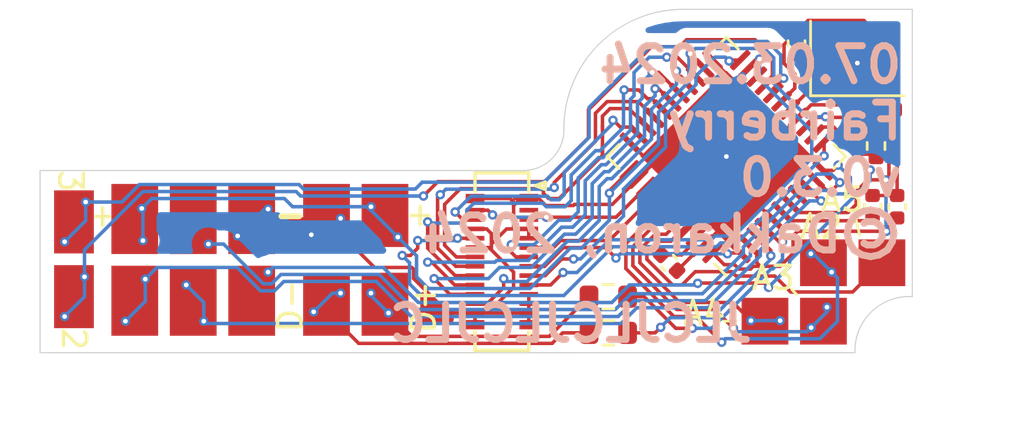
<source format=kicad_pcb>
(kicad_pcb (version 20211014) (generator pcbnew)
  (layers (0 "F.Cu" signal) (31 "B.Cu" signal) (34 "B.Paste" user) (35 "F.Paste" user) (36 "B.SilkS" user "B.Silkscreen") (37 "F.SilkS" user "F.Silkscreen") (38 "B.Mask" user) (39 "F.Mask" user) (44 "Edge.Cuts" user))
  (net 0 "")
  (net 1 "Net-(C1-Pad1)")
  (net 2 "GND")
  (net 3 "VCC")
  (net 4 "Net-(C3-Pad1)")
  (net 5 "Net-(C5-Pad1)")
  (net 6 "Net-(U1-Pad21)")
  (net 7 "Net-(U1-Pad22)")
  (net 8 "Net-(J3-Pad2)")
  (net 9 "Net-(U1-Pad26)")
  (net 10 "Net-(U1-Pad28)")
  (net 11 "Net-(U1-Pad29)")
  (net 12 "Net-(U1-Pad30)")
  (net 13 "Net-(U1-Pad31)")
  (net 14 "Net-(U1-Pad32)")
  (net 15 "Net-(U1-Pad36)")
  (net 16 "Net-(U1-Pad37)")
  (net 17 "Net-(U1-Pad25)")
  (net 18 "Net-(C4-Pad1)")
  (net 21 "Net-(J2-Pad1)")
  (net 22 "Net-(U1-Pad1)")
  (net 23 "Net-(J3-Pad3)")
  (net 24 "Net-(J2-Pad3)")
  (net 25 "Net-(J2-Pad4)")
  (net 26 "Net-(J2-Pad5)")
  (net 27 "Net-(J3-Pad4)")
  (net 29 "Net-(J4-Pad1)")
  (net 30 "Net-(J4-Pad2)")
  (net 31 "/USB_Plug_D-")
  (net 32 "/USB_Plug_D+")
  (net 33 "/USB_UC_D+")
  (net 34 "/USB_UC_D-")
  (net 35 "Net-(J3-Pad1)")
  (net 36 "Net-(U1-Pad27)")
  (net 37 "Net-(U1-Pad12)")
  (footprint "Capacitor_SMD:C_0402_1005Metric" (layer "F.Cu") (at 189.75 90.35 90)
    (fp_text reference "C1" hide)
    (fp_text value "1uF" hide)
  )
  (footprint "Capacitor_SMD:C_0402_1005Metric" (layer "F.Cu") (at 190.8 90.35 90)
    (fp_text reference "C2" hide)
    (fp_text value "0.1uF" hide)
  )
  (footprint "Capacitor_SMD:C_0402_1005Metric" (layer "F.Cu") (at 181.05 92.75 -45)
    (fp_text reference "C3" hide)
    (fp_text value "0.1uF" hide)
  )
  (footprint "Resistor_SMD:R_0402_1005Metric" (layer "F.Cu") (at 189.9 87.75 -90)
    (fp_text reference "R1" hide)
    (fp_text value "10K" hide)
  )
  (footprint "Resistor_SMD:R_0603_1608Metric" (layer "F.Cu") (at 178.45 94.2 180)
    (fp_text reference "R2" hide)
    (fp_text value "22" hide)
  )
  (footprint "Resistor_SMD:R_0603_1608Metric" (layer "F.Cu") (at 178.45 95.75 180)
    (fp_text reference "R3" hide)
    (fp_text value "22" hide)
  )
  (footprint "Package_DFN_QFN:QFN-44-1EP_7x7mm_P0.5mm_EP5.2x5.2mm" (layer "F.Cu") (at 183.5 88.2 135)
    (fp_text reference "U1" hide)
    (fp_text value "ATmega32U4-MU" hide)
  )
  (footprint "Connectors_Hirose_extra:BM14B(0.8)-24DS-0.4V(53)" (layer "F.Cu") (at 173.9 92.7 -90)
    (fp_text reference "U2" hide)
    (fp_text value "BBQ10KBD" hide)
  )
  (footprint "Capacitor_SMD:C_0402_1005Metric" (layer "F.Cu") (at 190.25 86.2)
    (fp_text reference "C4" hide)
    (fp_text value "22pF" hide)
  )
  (footprint "Capacitor_SMD:C_0402_1005Metric" (layer "F.Cu") (at 186.5 83.35 -90)
    (fp_text reference "C5" hide)
    (fp_text value "22pF" hide)
  )
  (footprint "Fairberry:TestPoint_Pad_1x2_2.0x3.0mm_Rotated" (layer "F.Cu") (at 155.6 94.2 90)
    (fp_text reference "" hide)
    (fp_text value "Conn_01x02")
  )
  (footprint "Crystal:Crystal_SMD_SeikoEpson_FA238-4Pin_3.2x2.5mm" (layer "F.Cu") (at 189.1 84)
    (fp_text reference "Y1" hide)
    (fp_text value "Crystal_GND24" hide)
  )
  (footprint "Fairberry:TestPoint_Pad_2x2_2.0x3.0mm" (layer "F.Cu") (at 166.4 90.875)
    (fp_text reference "J1" hide)
    (fp_text value "USB_Header" hide)
  )
  (footprint "Fairberry:TestPoint_Pad_2x3_2.0x3.0mm" (layer "F.Cu") (at 158.2 90.875)
    (fp_text reference "J2" hide)
    (fp_text value "Conn_02x03_Odd_Even" hide)
  )
  (footprint "Fairberry:TestPoint_Pad_2+2_Z_2.0x2.0mm" (layer "F.Cu") (at 187.65 92.55)
    (fp_text reference "")
    (fp_text value "Conn_02x02_Odd_Even")
  )
  (gr_line (start 186.3 93.9) (end 186.5 94.1) (layer "F.SilkS") (width 0.12))
  (gr_line (start 189 90.7) (end 189.2 91.575) (layer "F.SilkS") (width 0.12))
  (gr_line (start 183.4 95.25) (end 183.9 95.25) (layer "F.SilkS") (width 0.12))
  (gr_line (start 191.45 94.2) (end 191.45 81.9) (layer "Edge.Cuts") (width 0.05))
  (gr_line (start 189 96.6) (end 175.271071 96.599749) (layer "Edge.Cuts") (width 0.05))
  (gr_line (start 191.45 81.9) (end 181.656245 81.9) (layer "Edge.Cuts") (width 0.05))
  (gr_arc (start 176.55 87) (mid 176.07476 88.25394) (end 174.85 88.8) (layer "Edge.Cuts") (width 0.05))
  (gr_arc (start 176.55 87) (mid 178.047792 83.393377) (end 181.656245 81.9) (layer "Edge.Cuts") (width 0.05))
  (gr_line (start 154.15 96.6) (end 175.271071 96.599749) (layer "Edge.Cuts") (width 0.05))
  (gr_line (start 154.15 88.8) (end 174.85 88.8) (layer "Edge.Cuts") (width 0.05))
  (gr_line (start 154.15 96.6) (end 154.15 88.8) (layer "Edge.Cuts") (width 0.05))
  (gr_arc (start 189 96.6) (mid 189.692221 94.856121) (end 191.45 94.2) (layer "Edge.Cuts") (width 0.05))
  (gr_text "JLCJLCJLCJLC" (at 176.85 95.35) (layer "B.SilkS") (effects (font (size 1.5 1.5) (thickness 0.3)) (justify mirror)))
  (gr_text "07.03.2024\nFairberry\nv0.3.0\n©Dakkaron, 2024" (at 191.15 87.9) (layer "B.SilkS") (effects (font (size 1.5 1.5) (thickness 0.3)) (justify left mirror)))
  (gr_text "2" (at 155.6 96 270) (layer "F.SilkS") (effects (font (size 1 1))))
  (gr_text "3" (at 155.45 89.25 270) (layer "F.SilkS") (effects (font (size 1 1))))
  (gr_text "A4" (at 182.55 94.9) (layer "F.SilkS") (effects (font (size 1 1))))
  (gr_text "-" (at 164.85 90.65) (layer "F.SilkS") (effects (font (size 1.5 1) (thickness 0.25))))
  (gr_text "D+" (at 170.55 94.65 90) (layer "F.SilkS") (effects (font (size 1 1))))
  (gr_text "A2" (at 187.55 91.2) (layer "F.SilkS") (effects (font (size 1 1))))
  (gr_text "+" (at 156.825 90.7) (layer "F.SilkS") (effects (font (size 1 0.75))))
  (gr_text "+" (at 170.4 90.65) (layer "F.SilkS") (effects (font (size 1 1))))
  (gr_text "A3" (at 185.5 93.4) (layer "F.SilkS") (effects (font (size 1 1))))
  (gr_text "D-" (at 164.85 94.6 90) (layer "F.SilkS") (effects (font (size 1 1))))
  (gr_text "A5" (at 188.45 90.05) (layer "F.SilkS") (effects (font (size 1 1))))
  (segment (start 185.859969 90.559969) (end 186.25 90.95) (width 0.15) (layer "F.Cu") (net 1))
  (segment (start 189.63 90.95) (end 189.75 90.83) (width 0.15) (layer "F.Cu") (net 1))
  (segment (start 186.25 90.95) (end 189.63 90.95) (width 0.15) (layer "F.Cu") (net 1))
  (segment (start 189.75 89.87) (end 190.8 89.87) (width 0.15) (layer "F.Cu") (net 2))
  (segment (start 166.4 90.725) (end 166.4 90.9) (width 0.15) (layer "F.Cu") (net 2))
  (segment (start 166.4 90.9) (end 168.450489 92.950489) (width 0.15) (layer "F.Cu") (net 2))
  (segment (start 179.725818 89.145755) (end 180.671573 88.2) (width 0.15) (layer "F.Cu") (net 2))
  (segment (start 189.05 84.15) (end 189.1 84.2) (width 0.15) (layer "F.Cu") (net 2))
  (segment (start 175.05 94.9) (end 175.05 95.4) (width 0.15) (layer "F.Cu") (net 2))
  (segment (start 188.588302 85.988302) (end 189.34548 86.74548) (width 0.15) (layer "F.Cu") (net 2))
  (segment (start 182.089411 92.439016) (end 182.039806 92.439016) (width 0.15) (layer "F.Cu") (net 2))
  (segment (start 182.039806 92.439016) (end 181.389411 93.089411) (width 0.15) (layer "F.Cu") (net 2))
  (segment (start 174.05 90) (end 174.25 90) (width 0.15) (layer "F.Cu") (net 2))
  (segment (start 183.5 91.028427) (end 183.5 90.5) (width 0.15) (layer "F.Cu") (net 2))
  (segment (start 174.45 90) (end 175.05 90) (width 0.15) (layer "F.Cu") (net 2))
  (segment (start 185.506415 90.913522) (end 183.5 88.907107) (width 0.15) (layer "F.Cu") (net 2))
  (segment (start 183.5 88.65) (end 183.5 88.2) (width 0.15) (layer "F.Cu") (net 2))
  (segment (start 175.05 94.5) (end 175.05 94.1) (width 0.15) (layer "F.Cu") (net 2))
  (segment (start 188 83.2) (end 188.1 83.2) (width 0.15) (layer "F.Cu") (net 2))
  (segment (start 174.4 93.15) (end 173.45 92.2) (width 0.15) (layer "F.Cu") (net 2))
  (segment (start 189.7 84.8) (end 190.2 84.8) (width 0.15) (layer "F.Cu") (net 2))
  (segment (start 180.671573 88.2) (end 183.5 88.2) (width 0.15) (layer "F.Cu") (net 2))
  (segment (start 171.6 94.9) (end 172.75 94.9) (width 0.15) (layer "F.Cu") (net 2))
  (segment (start 174.4 93.8) (end 174.4 93.15) (width 0.15) (layer "F.Cu") (net 2))
  (segment (start 174.1 91.3) (end 174.25 91.3) (width 0.15) (layer "F.Cu") (net 2))
  (segment (start 187.13 83.2) (end 188 83.2) (width 0.15) (layer "F.Cu") (net 2))
  (segment (start 179.372264 87.607798) (end 179.964466 88.2) (width 0.15) (layer "F.Cu") (net 2))
  (segment (start 174.4 94.9) (end 175.05 94.9) (width 0.15) (layer "F.Cu") (net 2))
  (segment (start 184.914214 88.2) (end 183.5 88.2) (width 0.15) (layer "F.Cu") (net 2))
  (segment (start 175.05 94.9) (end 175.05 94.5) (width 0.15) (layer "F.Cu") (net 2))
  (segment (start 173.3 94.9) (end 174.4 93.8) (width 0.15) (layer "F.Cu") (net 2))
  (segment (start 183.5 89.55) (end 183.5 88.65) (width 0.15) (layer "F.Cu") (net 2))
  (segment (start 174.25 90) (end 174.4 90.15) (width 0.15) (layer "F.Cu") (net 2))
  (segment (start 170.124511 93.025489) (end 170.124511 93.424511) (width 0.15) (layer "F.Cu") (net 2))
  (segment (start 186.5 83.83) (end 187.13 83.2) (width 0.15) (layer "F.Cu") (net 2))
  (segment (start 186.567076 86.547138) (end 187.125912 85.988302) (width 0.15) (layer "F.Cu") (net 2))
  (segment (start 183.5 84.664466) (end 183.5 88.2) (width 0.15) (layer "F.Cu") (net 2))
  (segment (start 172.75 94.9) (end 173.3 94.9) (width 0.15) (layer "F.Cu") (net 2))
  (segment (start 174.7 90) (end 174.4 90.3) (width 0.15) (layer "F.Cu") (net 2))
  (segment (start 166.25 90.875) (end 166.4 90.725) (width 0.15) (layer "F.Cu") (net 2))
  (segment (start 173.3 94.9) (end 174.4 94.9) (width 0.15) (layer "F.Cu") (net 2))
  (segment (start 174.4 90.15) (end 174.4 90.3) (width 0.15) (layer "F.Cu") (net 2))
  (segment (start 173.45 91.95) (end 174.1 91.3) (width 0.15) (layer "F.Cu") (net 2))
  (segment (start 190.2 85.67) (end 190.73 86.2) (width 0.15) (layer "F.Cu") (net 2))
  (segment (start 178.621093 90.25048) (end 179.725818 89.145755) (width 0.15) (layer "F.Cu") (net 2))
  (segment (start 173.45 92.2) (end 173.35 92.1) (width 0.15) (layer "F.Cu") (net 2))
  (segment (start 182.554245 91.974182) (end 182.089411 92.439016) (width 0.15) (layer "F.Cu") (net 2))
  (segment (start 189.1 84.2) (end 189.7 84.8) (width 0.15) (layer "F.Cu") (net 2))
  (segment (start 173.35 92.1) (end 172.75 92.1) (width 0.15) (layer "F.Cu") (net 2))
  (segment (start 175.05 90) (end 174.7 90) (width 0.15) (layer "F.Cu") (net 2))
  (segment (start 183.5 90.5) (end 183.5 89.55) (width 0.15) (layer "F.Cu") (net 2))
  (segment (start 168.450489 92.950489) (end 170.049511 92.950489) (width 0.15) (layer "F.Cu") (net 2))
  (segment (start 173.45 91.95) (end 173.45 92.2) (width 0.15) (layer "F.Cu") (net 2))
  (segment (start 175.775935 90.29952) (end 176.95048 90.29952) (width 0.15) (layer "F.Cu") (net 2))
  (segment (start 190.19548 86.74548) (end 190.73 86.21096) (width 0.15) (layer "F.Cu") (net 2))
  (segment (start 174.25 91.3) (end 174.4 91.3) (width 0.15) (layer "F.Cu") (net 2))
  (segment (start 174.4 91.3) (end 175.05 91.3) (width 0.15) (layer "F.Cu") (net 2))
  (segment (start 183.5 88.907107) (end 183.5 88.2) (width 0.15) (layer "F.Cu") (net 2))
  (segment (start 176.95048 90.29952) (end 176.99952 90.25048) (width 0.15) (layer "F.Cu") (net 2))
  (segment (start 188.290246 85.988302) (end 188.588302 85.988302) (width 0.15) (layer "F.Cu") (net 2))
  (segment (start 190.8 86.27) (end 190.73 86.2) (width 0.15) (layer "F.Cu") (net 2))
  (segment (start 190.2 84.8) (end 190.2 85.67) (width 0.15) (layer "F.Cu") (net 2))
  (segment (start 173.25 91.3) (end 173.45 91.5) (width 0.15) (layer "F.Cu") (net 2))
  (segment (start 182.554245 91.974182) (end 183.5 91.028427) (width 0.15) (layer "F.Cu") (net 2))
  (segment (start 189.34548 86.74548) (end 190.19548 86.74548) (width 0.15) (layer "F.Cu") (net 2))
  (segment (start 190.8 87.1) (end 190.8 86.27) (width 0.15) (layer "F.Cu") (net 2))
  (segment (start 187.125912 85.988302) (end 188.290246 85.988302) (width 0.15) (layer "F.Cu") (net 2))
  (segment (start 170.049511 92.950489) (end 170.124511 93.025489) (width 0.15) (layer "F.Cu") (net 2))
  (segment (start 175.476414 90) (end 175.775935 90.29952) (width 0.15) (layer "F.Cu") (net 2))
  (segment (start 182.907798 84.072264) (end 183.5 84.664466) (width 0.15) (layer "F.Cu") (net 2))
  (segment (start 172.75 94.9) (end 172.75 95.4) (width 0.15) (layer "F.Cu") (net 2))
  (segment (start 176.99952 90.25048) (end 178.621093 90.25048) (width 0.15) (layer "F.Cu") (net 2))
  (segment (start 172.75 91.3) (end 173.25 91.3) (width 0.15) (layer "F.Cu") (net 2))
  (segment (start 175.05 90) (end 175.476414 90) (width 0.15) (layer "F.Cu") (net 2))
  (segment (start 190.73 86.21096) (end 190.73 86.2) (width 0.15) (layer "F.Cu") (net 2))
  (segment (start 190.8 89.87) (end 190.8 87.1) (width 0.15) (layer "F.Cu") (net 2))
  (segment (start 188.1 83.2) (end 189.05 84.15) (width 0.15) (layer "F.Cu") (net 2))
  (segment (start 186.567076 86.547138) (end 184.914214 88.2) (width 0.15) (layer "F.Cu") (net 2))
  (segment (start 179.964466 88.2) (end 183.5 88.2) (width 0.15) (layer "F.Cu") (net 2))
  (segment (start 173.45 91.95) (end 173.45 91.5) (width 0.15) (layer "F.Cu") (net 2))
  (segment (start 174.4 90.3) (end 174.4 91.3) (width 0.15) (layer "F.Cu") (net 2))
  (segment (start 172.75 90) (end 174.05 90) (width 0.15) (layer "F.Cu") (net 2))
  (segment (start 163.2 90.875) (end 166.25 90.875) (width 0.15) (layer "F.Cu") (net 2))
  (segment (start 170.124511 93.424511) (end 171.6 94.9) (width 0.15) (layer "F.Cu") (net 2))
  (segment (start 175.05 91.7) (end 175.05 91.3) (width 0.15) (layer "F.Cu") (net 2))
  (via (at 163.9 90.45) (size 0.4) (drill 0.2) (layers "F.Cu" "B.Cu") (net 2))
  (via (at 165.75 91.55) (size 0.4) (drill 0.2) (layers "F.Cu" "B.Cu") (net 2))
  (via (at 189.1 84.2) (size 0.4) (drill 0.2) (layers "F.Cu" "B.Cu") (net 2))
  (via (at 167 90.85) (size 0.4) (drill 0.2) (layers "F.Cu" "B.Cu") (net 2))
  (via (at 183.5 88.2) (size 0.4) (drill 0.2) (layers "F.Cu" "B.Cu") (net 2))
  (via (at 162.6 91.6) (size 0.4) (drill 0.2) (layers "F.Cu" "B.Cu") (net 2))
  (segment (start 163.75 90.45) (end 163.9 90.45) (width 0.15) (layer "B.Cu") (net 2))
  (segment (start 162.6 91.6) (end 163.75 90.45) (width 0.15) (layer "B.Cu") (net 2))
  (segment (start 167 90.85) (end 166.3 91.55) (width 0.15) (layer "B.Cu") (net 2))
  (segment (start 166.3 91.55) (end 165.75 91.55) (width 0.15) (layer "B.Cu") (net 2))
  (segment (start 190.349502 91.4) (end 190.35 91.400498) (width 0.15) (layer "F.Cu") (net 3))
  (segment (start 186.35 92.35) (end 186.35 91.600978) (width 0.15) (layer "F.Cu") (net 3))
  (segment (start 185.8 92.9) (end 186.35 92.35) (width 0.15) (layer "F.Cu") (net 3))
  (segment (start 190.35 91.400498) (end 190.35 91.28) (width 0.15) (layer "F.Cu") (net 3))
  (segment (start 186.35 91.600978) (end 186.550978 91.4) (width 0.15) (layer "F.Cu") (net 3))
  (segment (start 190.45 87.79) (end 190.45 89.075489) (width 0.15) (layer "F.Cu") (net 3))
  (segment (start 186.213522 90.206415) (end 186.607107 90.6) (width 0.15) (layer "F.Cu") (net 3))
  (segment (start 188.625 86.525) (end 189.34 87.24) (width 0.15) (layer "F.Cu") (net 3))
  (segment (start 184.8 92.75) (end 184.8 92.328427) (width 0.15) (layer "F.Cu") (net 3))
  (segment (start 190.35 91.28) (end 190.8 90.83) (width 0.15) (layer "F.Cu") (net 3))
  (segment (start 189.9 87.24) (end 190.45 87.79) (width 0.15) (layer "F.Cu") (net 3))
  (segment (start 182.907798 92.327736) (end 183.411816 92.831754) (width 0.15) (layer "F.Cu") (net 3))
  (segment (start 184.037409 93.019825) (end 184.530175 93.019825) (width 0.15) (layer "F.Cu") (net 3))
  (segment (start 178.49763 89.666836) (end 179.372264 88.792202) (width 0.15) (layer "F.Cu") (net 3))
  (segment (start 187.29632 86.525) (end 188.625 86.525) (width 0.15) (layer "F.Cu") (net 3))
  (segment (start 183.849338 92.831754) (end 184.037409 93.019825) (width 0.15) (layer "F.Cu") (net 3))
  (segment (start 181.95 83.8) (end 181.95 83.821573) (width 0.15) (layer "F.Cu") (net 3))
  (segment (start 184.8 92.328427) (end 184.445755 91.974182) (width 0.15) (layer "F.Cu") (net 3))
  (segment (start 189.05 90.25) (end 189.05 89.7) (width 0.15) (layer "F.Cu") (net 3))
  (segment (start 186.550978 91.4) (end 190.349502 91.4) (width 0.15) (layer "F.Cu") (net 3))
  (segment (start 189.05 89.7) (end 189.55 89.2) (width 0.15) (layer "F.Cu") (net 3))
  (segment (start 184.95 92.9) (end 184.65 92.9) (width 0.15) (layer "F.Cu") (net 3))
  (segment (start 190.45 89.075489) (end 190.325489 89.2) (width 0.15) (layer "F.Cu") (net 3))
  (segment (start 178.49763 89.773609) (end 178.49763 89.666836) (width 0.15) (layer "F.Cu") (net 3))
  (segment (start 189.55 89.2) (end 190.325489 89.2) (width 0.15) (layer "F.Cu") (net 3))
  (segment (start 183.411816 92.831754) (end 183.849338 92.831754) (width 0.15) (layer "F.Cu") (net 3))
  (segment (start 188.7 90.6) (end 189.05 90.25) (width 0.15) (layer "F.Cu") (net 3))
  (segment (start 184.8 92.75) (end 184.95 92.9) (width 0.15) (layer "F.Cu") (net 3))
  (segment (start 189.34 87.24) (end 189.9 87.24) (width 0.15) (layer "F.Cu") (net 3))
  (segment (start 186.920629 86.900691) (end 187.29632 86.525) (width 0.15) (layer "F.Cu") (net 3))
  (segment (start 186.607107 90.6) (end 188.7 90.6) (width 0.15) (layer "F.Cu") (net 3))
  (segment (start 184.95 92.9) (end 185.8 92.9) (width 0.15) (layer "F.Cu") (net 3))
  (segment (start 181.95 83.821573) (end 182.554245 84.425818) (width 0.15) (layer "F.Cu") (net 3))
  (segment (start 184.65 92.9) (end 184.530175 93.019825) (width 0.15) (layer "F.Cu") (net 3))
  (via (at 158.55 91.8) (size 0.4) (drill 0.2) (layers "F.Cu" "B.Cu") (net 3))
  (via (at 169.45 91.65) (size 0.4) (drill 0.2) (layers "F.Cu" "B.Cu") (net 3))
  (via (at 187.733228 86.4977) (size 0.4) (drill 0.2) (layers "F.Cu" "B.Cu") (net 3))
  (via (at 178.49763 89.773609) (size 0.4) (drill 0.2) (layers "F.Cu" "B.Cu") (net 3))
  (via (at 190.35 91.400498) (size 0.4) (drill 0.2) (layers "F.Cu" "B.Cu") (net 3))
  (via (at 190.325489 89.2) (size 0.4) (drill 0.2) (layers "F.Cu" "B.Cu") (net 3))
  (via (at 181.95 83.8) (size 0.4) (drill 0.2) (layers "F.Cu" "B.Cu") (net 3))
  (via (at 158.5 90.4245) (size 0.4) (drill 0.2) (layers "F.Cu" "B.Cu") (net 3))
  (via (at 168.3 90.35) (size 0.4) (drill 0.2) (layers "F.Cu" "B.Cu") (net 3))
  (segment (start 158.55 90.4745) (end 158.55 91.8) (width 0.15) (layer "B.Cu") (net 3))
  (segment (start 170.25 92.85) (end 170.25 92.45) (width 0.15) (layer "B.Cu") (net 3))
  (segment (start 158.5 90.4245) (end 158.55 90.4745) (width 0.15) (layer "B.Cu") (net 3))
  (segment (start 164.6 90) (end 158.9245 90) (width 0.15) (layer "B.Cu") (net 3))
  (segment (start 185.524833 83.974833) (end 185.125 83.575) (width 0.15) (layer "B.Cu") (net 3))
  (segment (start 185.125 83.575) (end 182.175 83.575) (width 0.15) (layer "B.Cu") (net 3))
  (segment (start 168.3 90.35) (end 164.95 90.35) (width 0.15) (layer "B.Cu") (net 3))
  (segment (start 185.524833 85.074833) (end 185.524833 83.974833) (width 0.15) (layer "B.Cu") (net 3))
  (segment (start 180.5976 87.673639) (end 178.49763 89.773609) (width 0.15) (layer "B.Cu") (net 3))
  (segment (start 169.85 92.05) (end 169.45 91.65) (width 0.15) (layer "B.Cu") (net 3))
  (segment (start 158.9245 90) (end 158.5 90.4245) (width 0.15) (layer "B.Cu") (net 3))
  (segment (start 170.4 93.5) (end 170.25 93.35) (width 0.15) (layer "B.Cu") (net 3))
  (segment (start 176.825 92.125) (end 175.0976 93.8524) (width 0.15) (layer "B.Cu") (net 3))
  (segment (start 181.95 83.8) (end 181.9 83.85) (width 0.15) (layer "B.Cu") (net 3))
  (segment (start 178.49763 89.773609) (end 178.49763 90.928784) (width 0.15) (layer "B.Cu") (net 3))
  (segment (start 190.325489 89.2) (end 190.325489 91.375987) (width 0.15) (layer "B.Cu") (net 3))
  (segment (start 181.9 83.85) (end 181.9 84.997172) (width 0.15) (layer "B.Cu") (net 3))
  (segment (start 168.3 90.5) (end 168.3 90.35) (width 0.15) (layer "B.Cu") (net 3))
  (segment (start 170.5 93.6) (end 170.4 93.5) (width 0.15) (layer "B.Cu") (net 3))
  (segment (start 190.325489 91.375987) (end 190.35 91.400498) (width 0.15) (layer "B.Cu") (net 3))
  (segment (start 175.0976 93.8524) (end 170.8024 93.8524) (width 0.15) (layer "B.Cu") (net 3))
  (segment (start 186.9477 86.4977) (end 185.524833 85.074833) (width 0.15) (layer "B.Cu") (net 3))
  (segment (start 169.45 91.65) (end 168.3 90.5) (width 0.15) (layer "B.Cu") (net 3))
  (segment (start 170.8024 93.8524) (end 170.7524 93.8524) (width 0.15) (layer "B.Cu") (net 3))
  (segment (start 170.7524 93.8524) (end 170.5 93.6) (width 0.15) (layer "B.Cu") (net 3))
  (segment (start 181.9 84.997172) (end 180.5976 86.299572) (width 0.15) (layer "B.Cu") (net 3))
  (segment (start 180.5976 86.299572) (end 180.5976 87.673639) (width 0.15) (layer "B.Cu") (net 3))
  (segment (start 182.175 83.575) (end 181.95 83.8) (width 0.15) (layer "B.Cu") (net 3))
  (segment (start 164.95 90.35) (end 164.6 90) (width 0.15) (layer "B.Cu") (net 3))
  (segment (start 187.733228 86.4977) (end 186.9477 86.4977) (width 0.15) (layer "B.Cu") (net 3))
  (segment (start 177.301414 92.125) (end 176.825 92.125) (width 0.15) (layer "B.Cu") (net 3))
  (segment (start 170.25 92.45) (end 169.85 92.05) (width 0.15) (layer "B.Cu") (net 3))
  (segment (start 178.49763 90.928784) (end 177.301414 92.125) (width 0.15) (layer "B.Cu") (net 3))
  (segment (start 170.25 93.35) (end 170.25 92.85) (width 0.15) (layer "B.Cu") (net 3))
  (segment (start 182.200691 91.799309) (end 181.589411 92.410589) (width 0.15) (layer "F.Cu") (net 4))
  (segment (start 182.200691 91.620629) (end 182.200691 91.799309) (width 0.15) (layer "F.Cu") (net 4))
  (segment (start 181.589411 92.410589) (end 180.710589 92.410589) (width 0.15) (layer "F.Cu") (net 4))
  (segment (start 186.5 82.87) (end 186.994511 82.375489) (width 0.15) (layer "F.Cu") (net 5))
  (segment (start 186.425 84.675) (end 185.96548 84.21548) (width 0.15) (layer "F.Cu") (net 5))
  (segment (start 189.375489 82.375489) (end 190.2 83.2) (width 0.15) (layer "F.Cu") (net 5))
  (segment (start 186.425 85.275) (end 186.425 84.675) (width 0.15) (layer "F.Cu") (net 5))
  (segment (start 186.994511 82.375489) (end 189.375489 82.375489) (width 0.15) (layer "F.Cu") (net 5))
  (segment (start 185.96548 83.40452) (end 186.5 82.87) (width 0.15) (layer "F.Cu") (net 5))
  (segment (start 185.859969 85.840031) (end 186.425 85.275) (width 0.15) (layer "F.Cu") (net 5))
  (segment (start 185.96548 84.21548) (end 185.96548 83.40452) (width 0.15) (layer "F.Cu") (net 5))
  (segment (start 176.516246 93.168229) (end 175.984475 93.7) (width 0.15) (layer "F.Cu") (net 6))
  (segment (start 184.829719 84.112281) (end 184.759292 84.112281) (width 0.15) (layer "F.Cu") (net 6))
  (segment (start 175.984475 93.7) (end 175.05 93.7) (width 0.15) (layer "F.Cu") (net 6))
  (segment (start 184.915416 84.026584) (end 184.829719 84.112281) (width 0.15) (layer "F.Cu") (net 6))
  (segment (start 184.759292 84.112281) (end 184.445755 84.425818) (width 0.15) (layer "F.Cu") (net 6))
  (via (at 184.915416 84.026584) (size 0.4) (drill 0.2) (layers "F.Cu" "B.Cu") (net 6))
  (via (at 176.516246 93.168229) (size 0.4) (drill 0.2) (layers "F.Cu" "B.Cu") (net 6))
  (segment (start 187.15 87.123586) (end 184.915416 84.889002) (width 0.15) (layer "B.Cu") (net 6))
  (segment (start 183.825934 91.60048) (end 187.15 88.276414) (width 0.15) (layer "B.Cu") (net 6))
  (segment (start 178.509534 91.764052) (end 182.85 91.764052) (width 0.15) (layer "B.Cu") (net 6))
  (segment (start 176.516246 93.168229) (end 177.105357 93.168229) (width 0.15) (layer "B.Cu") (net 6))
  (segment (start 177.105357 93.168229) (end 178.509534 91.764052) (width 0.15) (layer "B.Cu") (net 6))
  (segment (start 183.013572 91.60048) (end 183.825934 91.60048) (width 0.15) (layer "B.Cu") (net 6))
  (segment (start 184.915416 84.889002) (end 184.915416 84.026584) (width 0.15) (layer "B.Cu") (net 6))
  (segment (start 182.85 91.764052) (end 183.013572 91.60048) (width 0.15) (layer "B.Cu") (net 6))
  (segment (start 187.15 88.276414) (end 187.15 87.123586) (width 0.15) (layer "B.Cu") (net 6))
  (segment (start 175.75 93.3) (end 175.05 93.3) (width 0.15) (layer "F.Cu") (net 7))
  (segment (start 176.962917 92.587417) (end 176.462583 92.587417) (width 0.15) (layer "F.Cu") (net 7))
  (segment (start 183.613859 84.112005) (end 183.6536 84.072264) (width 0.15) (layer "F.Cu") (net 7))
  (segment (start 183.6536 84.072264) (end 184.092202 84.072264) (width 0.15) (layer "F.Cu") (net 7))
  (segment (start 176.462583 92.587417) (end 175.75 93.3) (width 0.15) (layer "F.Cu") (net 7))
  (via (at 183.613859 84.112005) (size 0.4) (drill 0.2) (layers "F.Cu" "B.Cu") (net 7))
  (via (at 176.962917 92.587417) (size 0.4) (drill 0.2) (layers "F.Cu" "B.Cu") (net 7))
  (segment (start 176.962917 92.587417) (end 177.262583 92.587417) (width 0.15) (layer "B.Cu") (net 7))
  (segment (start 182.19952 84.75048) (end 183.00329 83.94671) (width 0.15) (layer "B.Cu") (net 7))
  (segment (start 177.262583 92.587417) (end 179.1 90.75) (width 0.15) (layer "B.Cu") (net 7))
  (segment (start 182.19952 85.121237) (end 182.19952 84.75048) (width 0.15) (layer "B.Cu") (net 7))
  (segment (start 183.00329 83.94671) (end 183.448564 83.94671) (width 0.15) (layer "B.Cu") (net 7))
  (segment (start 183.448564 83.94671) (end 183.613859 84.112005) (width 0.15) (layer "B.Cu") (net 7))
  (segment (start 179.1 90.75) (end 179.1 89.6) (width 0.15) (layer "B.Cu") (net 7))
  (segment (start 179.1 89.6) (end 180.89712 87.80288) (width 0.15) (layer "B.Cu") (net 7))
  (segment (start 180.89712 86.423637) (end 182.19952 85.121237) (width 0.15) (layer "B.Cu") (net 7))
  (segment (start 180.89712 87.80288) (end 180.89712 86.423637) (width 0.15) (layer "B.Cu") (net 7))
  (segment (start 181.5 94.45) (end 183.77402 94.45) (width 0.15) (layer "F.Cu") (net 8))
  (segment (start 181.493585 90.913522) (end 181.493585 90.956415) (width 0.15) (layer "F.Cu") (net 8))
  (segment (start 183.77402 94.45) (end 184.55 95.22598) (width 0.15) (layer "F.Cu") (net 8))
  (segment (start 179.80048 92.75048) (end 181.5 94.45) (width 0.15) (layer "F.Cu") (net 8))
  (segment (start 181.493585 90.956415) (end 180.922654 91.527346) (width 0.15) (layer "F.Cu") (net 8))
  (segment (start 180.456746 91.527346) (end 179.80048 92.183612) (width 0.15) (layer "F.Cu") (net 8))
  (segment (start 180.922654 91.527346) (end 180.456746 91.527346) (width 0.15) (layer "F.Cu") (net 8))
  (segment (start 179.80048 92.183612) (end 179.80048 92.75048) (width 0.15) (layer "F.Cu") (net 8))
  (via (at 185.8 95.22598) (size 0.4) (drill 0.2) (layers "F.Cu" "B.Cu") (net 8))
  (via (at 184.55 95.22598) (size 0.4) (drill 0.2) (layers "F.Cu" "B.Cu") (net 8))
  (segment (start 184.55 95.22598) (end 185.8 95.22598) (width 0.15) (layer "B.Cu") (net 8))
  (segment (start 181.366703 84.652489) (end 181.847138 85.132924) (width 0.15) (layer "F.Cu") (net 9))
  (segment (start 181.366703 84.545718) (end 181.366703 84.652489) (width 0.15) (layer "F.Cu") (net 9))
  (segment (start 173.9755 93.800914) (end 173.276414 94.5) (width 0.15) (layer "F.Cu") (net 9))
  (segment (start 173.9755 93.4279) (end 173.9755 93.800914) (width 0.15) (layer "F.Cu") (net 9))
  (segment (start 173.276414 94.5) (end 172.75 94.5) (width 0.15) (layer "F.Cu") (net 9))
  (via (at 173.9755 93.4279) (size 0.4) (drill 0.2) (layers "F.Cu" "B.Cu") (net 9))
  (via (at 181.366703 84.545718) (size 0.4) (drill 0.2) (layers "F.Cu" "B.Cu") (net 9))
  (segment (start 176.700934 91.82548) (end 175.373534 93.15288) (width 0.15) (layer "B.Cu") (net 9))
  (segment (start 178.4 89.15) (end 178.060549 89.489451) (width 0.15) (layer "B.Cu") (net 9))
  (segment (start 174.3 93.55288) (end 174.10048 93.55288) (width 0.15) (layer "B.Cu") (net 9))
  (segment (start 178.060549 89.489451) (end 178.060549 90.942279) (width 0.15) (layer "B.Cu") (net 9))
  (segment (start 181.366703 85.106883) (end 180.29808 86.175506) (width 0.15) (layer "B.Cu") (net 9))
  (segment (start 178.6 89.15) (end 178.4 89.15) (width 0.15) (layer "B.Cu") (net 9))
  (segment (start 180.29808 86.175506) (end 180.29808 87.45192) (width 0.15) (layer "B.Cu") (net 9))
  (segment (start 177.177348 91.82548) (end 176.700934 91.82548) (width 0.15) (layer "B.Cu") (net 9))
  (segment (start 175.373534 93.15288) (end 174.973534 93.55288) (width 0.15) (layer "B.Cu") (net 9))
  (segment (start 174.10048 93.55288) (end 173.9755 93.4279) (width 0.15) (layer "B.Cu") (net 9))
  (segment (start 178.060549 90.942279) (end 177.177348 91.82548) (width 0.15) (layer "B.Cu") (net 9))
  (segment (start 180.29808 87.45192) (end 178.6 89.15) (width 0.15) (layer "B.Cu") (net 9))
  (segment (start 181.366703 84.545718) (end 181.366703 85.106883) (width 0.15) (layer "B.Cu") (net 9))
  (segment (start 174.973534 93.55288) (end 174.3 93.55288) (width 0.15) (layer "B.Cu") (net 9))
  (segment (start 180.6 85.3) (end 180.45 85.3) (width 0.15) (layer "F.Cu") (net 10))
  (segment (start 181.140031 85.840031) (end 180.6 85.3) (width 0.15) (layer "F.Cu") (net 10))
  (segment (start 171.6721 94.1) (end 172.75 94.1) (width 0.15) (layer "F.Cu") (net 10))
  (segment (start 171 93.4279) (end 171.6721 94.1) (width 0.15) (layer "F.Cu") (net 10))
  (via (at 180.45 85.3) (size 0.4) (drill 0.2) (layers "F.Cu" "B.Cu") (net 10))
  (via (at 171 93.4279) (size 0.4) (drill 0.2) (layers "F.Cu" "B.Cu") (net 10))
  (segment (start 175.152828 92.95) (end 175.576414 92.526414) (width 0.15) (layer "B.Cu") (net 10))
  (segment (start 179.99856 87.326945) (end 178.475026 88.85048) (width 0.15) (layer "B.Cu") (net 10))
  (segment (start 177.761029 89.365385) (end 177.761029 90.818213) (width 0.15) (layer "B.Cu") (net 10))
  (segment (start 178.275934 88.85048) (end 177.761029 89.365385) (width 0.15) (layer "B.Cu") (net 10))
  (segment (start 173.8 92.95) (end 175.152828 92.95) (width 0.15) (layer "B.Cu") (net 10))
  (segment (start 177.053282 91.52596) (end 176.576868 91.52596) (width 0.15) (layer "B.Cu") (net 10))
  (segment (start 173.3221 93.4279) (end 173.8 92.95) (width 0.15) (layer "B.Cu") (net 10))
  (segment (start 180.45 85.6) (end 179.99856 86.05144) (width 0.15) (layer "B.Cu") (net 10))
  (segment (start 171 93.4279) (end 173.3221 93.4279) (width 0.15) (layer "B.Cu") (net 10))
  (segment (start 176.576868 91.52596) (end 175.599468 92.50336) (width 0.15) (layer "B.Cu") (net 10))
  (segment (start 180.45 85.3) (end 180.45 85.6) (width 0.15) (layer "B.Cu") (net 10))
  (segment (start 178.475026 88.85048) (end 178.275934 88.85048) (width 0.15) (layer "B.Cu") (net 10))
  (segment (start 177.761029 90.818213) (end 177.053282 91.52596) (width 0.15) (layer "B.Cu") (net 10))
  (segment (start 179.99856 86.05144) (end 179.99856 87.326945) (width 0.15) (layer "B.Cu") (net 10))
  (segment (start 171.90283 93.3) (end 172.15 93.3) (width 0.15) (layer "F.Cu") (net 11))
  (segment (start 170.72598 90.999475) (end 170.72598 92.12315) (width 0.15) (layer "F.Cu") (net 11))
  (segment (start 180.124511 85.724511) (end 180.317404 85.724511) (width 0.15) (layer "F.Cu") (net 11))
  (segment (start 179.1255 85.35) (end 179.75 85.35) (width 0.15) (layer "F.Cu") (net 11))
  (segment (start 179.75 85.35) (end 180.124511 85.724511) (width 0.15) (layer "F.Cu") (net 11))
  (segment (start 180.317404 85.724511) (end 180.786478 86.193585) (width 0.15) (layer "F.Cu") (net 11))
  (segment (start 170.72598 92.12315) (end 171.90283 93.3) (width 0.15) (layer "F.Cu") (net 11))
  (segment (start 172.15 93.3) (end 172.75 93.3) (width 0.15) (layer "F.Cu") (net 11))
  (via (at 179.1255 85.35) (size 0.4) (drill 0.2) (layers "F.Cu" "B.Cu") (net 11))
  (via (at 170.72598 90.999475) (size 0.4) (drill 0.2) (layers "F.Cu" "B.Cu") (net 11))
  (segment (start 179.1 85.3755) (end 179.1 86.95) (width 0.15) (layer "B.Cu") (net 11))
  (segment (start 172.699086 90.2) (end 172.399543 90.499543) (width 0.15) (layer "B.Cu") (net 11))
  (segment (start 172.1 91.05) (end 171.4 91.05) (width 0.15) (layer "B.Cu") (net 11))
  (segment (start 176.862469 88.993187) (end 176.862469 90.087531) (width 0.15) (layer "B.Cu") (net 11))
  (segment (start 176.862469 90.087531) (end 176.60048 90.34952) (width 0.15) (layer "B.Cu") (net 11))
  (segment (start 179.1 86.95) (end 178.09808 87.95192) (width 0.15) (layer "B.Cu") (net 11))
  (segment (start 175.65 90.2) (end 172.699086 90.2) (width 0.15) (layer "B.Cu") (net 11))
  (segment (start 170.776505 91.05) (end 170.72598 90.999475) (width 0.15) (layer "B.Cu") (net 11))
  (segment (start 178.09808 87.95192) (end 177.903736 87.95192) (width 0.15) (layer "B.Cu") (net 11))
  (segment (start 175.79952 90.34952) (end 175.65 90.2) (width 0.15) (layer "B.Cu") (net 11))
  (segment (start 172.15 91) (end 172.1 91.05) (width 0.15) (layer "B.Cu") (net 11))
  (segment (start 172.399543 90.499543) (end 172.399543 90.750457) (width 0.15) (layer "B.Cu") (net 11))
  (segment (start 176.60048 90.34952) (end 175.79952 90.34952) (width 0.15) (layer "B.Cu") (net 11))
  (segment (start 177.903736 87.95192) (end 176.862469 88.993187) (width 0.15) (layer "B.Cu") (net 11))
  (segment (start 171.4 91.05) (end 170.776505 91.05) (width 0.15) (layer "B.Cu") (net 11))
  (segment (start 179.1255 85.35) (end 179.1 85.3755) (width 0.15) (layer "B.Cu") (net 11))
  (segment (start 172.399543 90.750457) (end 172.15 91) (width 0.15) (layer "B.Cu") (net 11))
  (segment (start 177.90048 87.54952) (end 176.138449 89.311551) (width 0.15) (layer "F.Cu") (net 12))
  (segment (start 178.400001 85.85) (end 177.90048 86.349521) (width 0.15) (layer "F.Cu") (net 12))
  (segment (start 180.432924 86.547138) (end 179.735786 85.85) (width 0.15) (layer "F.Cu") (net 12))
  (segment (start 172.75 92.9) (end 171.926414 92.9) (width 0.15) (layer "F.Cu") (net 12))
  (segment (start 171.15048 89.950164) (end 171.264702 89.835942) (width 0.15) (layer "F.Cu") (net 12))
  (segment (start 171.15048 90.35) (end 171.15048 89.950164) (width 0.15) (layer "F.Cu") (net 12))
  (segment (start 171.438207 92.411793) (end 171.15048 92.124065) (width 0.15) (layer "F.Cu") (net 12))
  (segment (start 177.90048 86.349521) (end 177.90048 87.54952) (width 0.15) (layer "F.Cu") (net 12))
  (segment (start 176.138449 89.311551) (end 176.138449 89.52646) (width 0.15) (layer "F.Cu") (net 12))
  (segment (start 171.926414 92.9) (end 171.438207 92.411793) (width 0.15) (layer "F.Cu") (net 12))
  (segment (start 179.735786 85.85) (end 178.400001 85.85) (width 0.15) (layer "F.Cu") (net 12))
  (segment (start 171.15048 92.124065) (end 171.15048 90.35) (width 0.15) (layer "F.Cu") (net 12))
  (via (at 171.264702 89.835942) (size 0.4) (drill 0.2) (layers "F.Cu" "B.Cu") (net 12))
  (via (at 176.138449 89.52646) (size 0.4) (drill 0.2) (layers "F.Cu" "B.Cu") (net 12))
  (segment (start 176.064909 89.6) (end 176.138449 89.52646) (width 0.15) (layer "B.Cu") (net 12))
  (segment (start 171.264702 89.835942) (end 171.500644 89.6) (width 0.15) (layer "B.Cu") (net 12))
  (segment (start 176.063949 89.60096) (end 176.138449 89.52646) (width 0.15) (layer "B.Cu") (net 12))
  (segment (start 171.500644 89.6) (end 176.064909 89.6) (width 0.15) (layer "B.Cu") (net 12))
  (segment (start 178.2 86.473586) (end 178.2 87) (width 0.15) (layer "F.Cu") (net 13))
  (segment (start 178.524066 86.14952) (end 178.2 86.473586) (width 0.15) (layer "F.Cu") (net 13))
  (segment (start 178.2 87.75) (end 178.2 88.15) (width 0.15) (layer "F.Cu") (net 13))
  (segment (start 171.45 92) (end 171.95 92.5) (width 0.15) (layer "F.Cu") (net 13))
  (segment (start 171.45 90.250978) (end 171.45 92) (width 0.15) (layer "F.Cu") (net 13))
  (segment (start 175.674511 89.675489) (end 175.574511 89.575489) (width 0.15) (layer "F.Cu") (net 13))
  (segment (start 180.079371 86.900691) (end 179.3282 86.14952) (width 0.15) (layer "F.Cu") (net 13))
  (segment (start 179.3282 86.14952) (end 178.524066 86.14952) (width 0.15) (layer "F.Cu") (net 13))
  (segment (start 171.95 92.5) (end 172.75 92.5) (width 0.15) (layer "F.Cu") (net 13))
  (segment (start 175.674511 89.774511) (end 175.674511 89.675489) (width 0.15) (layer "F.Cu") (net 13))
  (segment (start 178.2 87.75) (end 178.2 86.9) (width 0.15) (layer "F.Cu") (net 13))
  (segment (start 175.9 90) (end 175.674511 89.774511) (width 0.15) (layer "F.Cu") (net 13))
  (segment (start 176.35 90) (end 175.9 90) (width 0.15) (layer "F.Cu") (net 13))
  (segment (start 172.125489 89.575489) (end 171.45 90.250978) (width 0.15) (layer "F.Cu") (net 13))
  (segment (start 178.2 87.75) (end 178.2 88.1) (width 0.15) (layer "F.Cu") (net 13))
  (segment (start 178.2 88.15) (end 176.35 90) (width 0.15) (layer "F.Cu") (net 13))
  (segment (start 175.574511 89.575489) (end 172.125489 89.575489) (width 0.15) (layer "F.Cu") (net 13))
  (segment (start 171.9 90.5755) (end 172.2245 90.9) (width 0.15) (layer "F.Cu") (net 14))
  (segment (start 172.2245 90.9) (end 172.75 90.9) (width 0.15) (layer "F.Cu") (net 14))
  (segment (start 178.961694 86.940708) (end 179.412281 86.940708) (width 0.15) (layer "F.Cu") (net 14))
  (segment (start 179.412281 86.940708) (end 179.725818 87.254245) (width 0.15) (layer "F.Cu") (net 14))
  (segment (start 178.65 86.65) (end 178.670986 86.65) (width 0.15) (layer "F.Cu") (net 14))
  (segment (start 178.670986 86.65) (end 178.961694 86.940708) (width 0.15) (layer "F.Cu") (net 14))
  (via (at 178.65 86.65) (size 0.4) (drill 0.2) (layers "F.Cu" "B.Cu") (net 14))
  (via (at 171.9 90.5755) (size 0.4) (drill 0.2) (layers "F.Cu" "B.Cu") (net 14))
  (segment (start 172.57502 89.90048) (end 175.85048 89.90048) (width 0.15) (layer "B.Cu") (net 14))
  (segment (start 176.562949 88.869122) (end 177.241035 88.191035) (width 0.15) (layer "B.Cu") (net 14))
  (segment (start 176.35 90.05) (end 176.562949 89.837051) (width 0.15) (layer "B.Cu") (net 14))
  (segment (start 176.562949 89.837051) (end 176.562949 88.869122) (width 0.15) (layer "B.Cu") (net 14))
  (segment (start 171.9 90.5755) (end 172.57502 89.90048) (width 0.15) (layer "B.Cu") (net 14))
  (segment (start 178.65 86.782072) (end 177.166036 88.266036) (width 0.15) (layer "B.Cu") (net 14))
  (segment (start 176 90.05) (end 176.35 90.05) (width 0.15) (layer "B.Cu") (net 14))
  (segment (start 175.85048 89.90048) (end 176 90.05) (width 0.15) (layer "B.Cu") (net 14))
  (segment (start 178.65 86.65) (end 178.65 86.782072) (width 0.15) (layer "B.Cu") (net 14))
  (segment (start 173.5 90.7) (end 173.3 90.5) (width 0.15) (layer "F.Cu") (net 15))
  (segment (start 178.77868 90.8) (end 175.8 90.8) (width 0.15) (layer "F.Cu") (net 15))
  (segment (start 173.3 90.5) (end 172.75 90.5) (width 0.15) (layer "F.Cu") (net 15))
  (segment (start 179.02868 90.55) (end 178.77868 90.8) (width 0.15) (layer "F.Cu") (net 15))
  (segment (start 179.02868 90.55) (end 180.079371 89.499309) (width 0.15) (layer "F.Cu") (net 15))
  (via (at 173.5 90.7) (size 0.4) (drill 0.2) (layers "F.Cu" "B.Cu") (net 15))
  (via (at 175.8 90.8) (size 0.4) (drill 0.2) (layers "F.Cu" "B.Cu") (net 15))
  (segment (start 175.8 90.8) (end 173.6 90.8) (width 0.15) (layer "B.Cu") (net 15))
  (segment (start 173.6 90.8) (end 173.5 90.7) (width 0.15) (layer "B.Cu") (net 15))
  (segment (start 176.402828 91.8) (end 176.102828 92.1) (width 0.15) (layer "F.Cu") (net 16))
  (segment (start 178.485786 91.8) (end 176.402828 91.8) (width 0.15) (layer "F.Cu") (net 16))
  (segment (start 176.102828 92.1) (end 175.05 92.1) (width 0.15) (layer "F.Cu") (net 16))
  (segment (start 180.432924 89.852862) (end 178.485786 91.8) (width 0.15) (layer "F.Cu") (net 16))
  (segment (start 174.300498 92.300498) (end 174.5 92.5) (width 0.15) (layer "F.Cu") (net 17))
  (segment (start 182.200691 84.779371) (end 182.200691 84.750691) (width 0.15) (layer "F.Cu") (net 17))
  (segment (start 174.5 92.5) (end 175.05 92.5) (width 0.15) (layer "F.Cu") (net 17))
  (segment (start 181.45 84) (end 181.4 83.95) (width 0.15) (layer "F.Cu") (net 17))
  (segment (start 182.200691 84.750691) (end 181.45 84) (width 0.15) (layer "F.Cu") (net 17))
  (segment (start 181.4 83.95) (end 180.95 83.95) (width 0.15) (layer "F.Cu") (net 17))
  (segment (start 174.300498 91.97598) (end 174.300498 92.300498) (width 0.15) (layer "F.Cu") (net 17))
  (via (at 180.95 83.95) (size 0.4) (drill 0.2) (layers "F.Cu" "B.Cu") (net 17))
  (via (at 174.300498 91.97598) (size 0.4) (drill 0.2) (layers "F.Cu" "B.Cu") (net 17))
  (segment (start 178.027804 88.25144) (end 177.161989 89.117253) (width 0.15) (layer "B.Cu") (net 17))
  (segment (start 177.161989 89.117253) (end 177.161989 90.570081) (width 0.15) (layer "B.Cu") (net 17))
  (segment (start 180.95 83.95) (end 180.2 83.95) (width 0.15) (layer "B.Cu") (net 17))
  (segment (start 176.80515 90.92692) (end 176.328736 90.92692) (width 0.15) (layer "B.Cu") (net 17))
  (segment (start 180.2 83.95) (end 179.55 84.6) (width 0.15) (layer "B.Cu") (net 17))
  (segment (start 175.279676 91.97598) (end 174.300498 91.97598) (width 0.15) (layer "B.Cu") (net 17))
  (segment (start 176.328736 90.92692) (end 175.881636 91.37402) (width 0.15) (layer "B.Cu") (net 17))
  (segment (start 179.55 84.6) (end 179.55 85.6) (width 0.15) (layer "B.Cu") (net 17))
  (segment (start 178.222145 88.25144) (end 178.027804 88.25144) (width 0.15) (layer "B.Cu") (net 17))
  (segment (start 177.161989 90.570081) (end 176.80515 90.92692) (width 0.15) (layer "B.Cu") (net 17))
  (segment (start 175.881636 91.37402) (end 175.279676 91.97598) (width 0.15) (layer "B.Cu") (net 17))
  (segment (start 179.39952 85.75048) (end 179.39952 87.074065) (width 0.15) (layer "B.Cu") (net 17))
  (segment (start 179.39952 87.074065) (end 178.222145 88.25144) (width 0.15) (layer "B.Cu") (net 17))
  (segment (start 179.55 85.6) (end 179.39952 85.75048) (width 0.15) (layer "B.Cu") (net 17))
  (segment (start 189.25 85.599022) (end 189.249022 85.599022) (width 0.15) (layer "F.Cu") (net 18))
  (segment (start 189.77 86.2) (end 189.77 86.119022) (width 0.15) (layer "F.Cu") (net 18))
  (segment (start 189.77 86.119022) (end 189.25 85.599022) (width 0.15) (layer "F.Cu") (net 18))
  (segment (start 188.45 84.8) (end 188 84.8) (width 0.15) (layer "F.Cu") (net 18))
  (segment (start 188 84.8) (end 187.607107 84.8) (width 0.15) (layer "F.Cu") (net 18))
  (segment (start 189.249022 85.599022) (end 188.45 84.8) (width 0.15) (layer "F.Cu") (net 18))
  (segment (start 187.607107 84.8) (end 186.213522 86.193585) (width 0.15) (layer "F.Cu") (net 18))
  (segment (start 188.05836 88.792202) (end 188.278864 88.571698) (width 0.15) (layer "F.Cu") (net 21))
  (segment (start 187.627736 88.792202) (end 188.05836 88.792202) (width 0.15) (layer "F.Cu") (net 21))
  (via (at 158.65 93.45) (size 0.4) (drill 0.2) (layers "F.Cu" "B.Cu") (net 21))
  (via (at 188.278864 88.571698) (size 0.4) (drill 0.2) (layers "F.Cu" "B.Cu") (net 21))
  (via (at 157.8 95.25) (size 0.4) (drill 0.2) (layers "F.Cu" "B.Cu") (net 21))
  (segment (start 163.925934 93.94952) (end 163.70048 93.94952) (width 0.15) (layer "B.Cu") (net 21))
  (segment (start 170.026894 95.05048) (end 168.525934 93.54952) (width 0.15) (layer "B.Cu") (net 21))
  (segment (start 182.599066 94.37452) (end 179.549066 94.37452) (width 0.15) (layer "B.Cu") (net 21))
  (segment (start 168.525934 93.54952) (end 168.525454 93.55) (width 0.15) (layer "B.Cu") (net 21))
  (segment (start 159.15 92.95) (end 162.576414 92.95) (width 0.15) (layer "B.Cu") (net 21))
  (segment (start 188.05 89.8) (end 187.9 89.65) (width 0.15) (layer "B.Cu") (net 21))
  (segment (start 184.525934 92.20048) (end 184.525934 92.447652) (width 0.15) (layer "B.Cu") (net 21))
  (segment (start 188.65 89.8) (end 188.05 89.8) (width 0.15) (layer "B.Cu") (net 21))
  (segment (start 168.525454 93.55) (end 165.05 93.55) (width 0.15) (layer "B.Cu") (net 21))
  (segment (start 187.9 89.65) (end 187.076414 89.65) (width 0.15) (layer "B.Cu") (net 21))
  (segment (start 178.873106 95.05048) (end 170.026894 95.05048) (width 0.15) (layer "B.Cu") (net 21))
  (segment (start 165.05 93.55) (end 164.573586 93.55) (width 0.15) (layer "B.Cu") (net 21))
  (segment (start 162.576414 92.95) (end 163.575934 93.94952) (width 0.15) (layer "B.Cu") (net 21))
  (segment (start 164.573586 93.55) (end 164.386793 93.736793) (width 0.15) (layer "B.Cu") (net 21))
  (segment (start 188.278864 88.571698) (end 188.8 89.092834) (width 0.15) (layer "B.Cu") (net 21))
  (segment (start 184.525934 92.447652) (end 182.599066 94.37452) (width 0.15) (layer "B.Cu") (net 21))
  (segment (start 158.65 93.45) (end 158.65 94.4) (width 0.15) (layer "B.Cu") (net 21))
  (segment (start 164.174065 93.94952) (end 163.925934 93.94952) (width 0.15) (layer "B.Cu") (net 21))
  (segment (start 164.386793 93.736793) (end 164.174065 93.94952) (width 0.15) (layer "B.Cu") (net 21))
  (segment (start 188.8 89.092834) (end 188.8 89.65) (width 0.15) (layer "B.Cu") (net 21))
  (segment (start 163.575934 93.94952) (end 163.70048 93.94952) (width 0.15) (layer "B.Cu") (net 21))
  (segment (start 158.65 94.4) (end 157.8 95.25) (width 0.15) (layer "B.Cu") (net 21))
  (segment (start 188.8 89.65) (end 188.65 89.8) (width 0.15) (layer "B.Cu") (net 21))
  (segment (start 187.076414 89.65) (end 184.525934 92.20048) (width 0.15) (layer "B.Cu") (net 21))
  (segment (start 158.65 93.45) (end 159.15 92.95) (width 0.15) (layer "B.Cu") (net 21))
  (segment (start 179.549066 94.37452) (end 178.873106 95.05048) (width 0.15) (layer "B.Cu") (net 21))
  (segment (start 183.578844 92.327736) (end 184.092202 92.327736) (width 0.15) (layer "F.Cu") (net 22))
  (segment (start 175.05 92.9) (end 175.726414 92.9) (width 0.15) (layer "F.Cu") (net 22))
  (segment (start 183.543488 92.363092) (end 183.578844 92.327736) (width 0.15) (layer "F.Cu") (net 22))
  (segment (start 176.526414 92.1) (end 177.3245 92.1) (width 0.15) (layer "F.Cu") (net 22))
  (segment (start 175.726414 92.9) (end 176.526414 92.1) (width 0.15) (layer "F.Cu") (net 22))
  (segment (start 178.327666 92.1) (end 178.77694 92.549274) (width 0.15) (layer "F.Cu") (net 22))
  (segment (start 177.3245 92.1) (end 178.327666 92.1) (width 0.15) (layer "F.Cu") (net 22))
  (via (at 178.77694 92.549274) (size 0.4) (drill 0.2) (layers "F.Cu" "B.Cu") (net 22))
  (via (at 183.543488 92.363092) (size 0.4) (drill 0.2) (layers "F.Cu" "B.Cu") (net 22))
  (segment (start 178.77694 92.549274) (end 178.963122 92.363092) (width 0.15) (layer "B.Cu") (net 22))
  (segment (start 178.963122 92.363092) (end 183.543488 92.363092) (width 0.15) (layer "B.Cu") (net 22))
  (segment (start 182.999518 94.74952) (end 181.375934 94.74952) (width 0.15) (layer "F.Cu") (net 23))
  (segment (start 183.800498 95.5505) (end 182.999518 94.74952) (width 0.15) (layer "F.Cu") (net 23))
  (segment (start 179.50096 92.059546) (end 179.676415 91.884092) (width 0.15) (layer "F.Cu") (net 23))
  (segment (start 179.50096 92.874545) (end 179.50096 92.059546) (width 0.15) (layer "F.Cu") (net 23))
  (segment (start 181.000538 90.559969) (end 181.140031 90.559969) (width 0.15) (layer "F.Cu") (net 23))
  (segment (start 179.676415 91.884092) (end 181.000538 90.559969) (width 0.15) (layer "F.Cu") (net 23))
  (segment (start 181.375934 94.74952) (end 179.50096 92.874545) (width 0.15) (layer "F.Cu") (net 23))
  (via (at 183.800498 95.5505) (size 0.4) (drill 0.2) (layers "F.Cu" "B.Cu") (net 23))
  (via (at 187.125 95.525) (size 0.4) (drill 0.2) (layers "F.Cu" "B.Cu") (net 23))
  (via (at 187.8 94.65) (size 0.4) (drill 0.2) (layers "F.Cu" "B.Cu") (net 23))
  (segment (start 187.8 94.85) (end 187.125 95.525) (width 0.15) (layer "B.Cu") (net 23))
  (segment (start 183.950478 95.70048) (end 186.94952 95.70048) (width 0.15) (layer "B.Cu") (net 23))
  (segment (start 187.8 94.65) (end 187.8 94.85) (width 0.15) (layer "B.Cu") (net 23))
  (segment (start 186.94952 95.70048) (end 187.125 95.525) (width 0.15) (layer "B.Cu") (net 23))
  (segment (start 183.800498 95.5505) (end 183.950478 95.70048) (width 0.15) (layer "B.Cu") (net 23))
  (segment (start 187.55 90.1) (end 187.52132 90.1) (width 0.15) (layer "F.Cu") (net 24))
  (segment (start 187.52132 90.1) (end 186.920629 89.499309) (width 0.15) (layer "F.Cu") (net 24))
  (via (at 161.15 95.25) (size 0.4) (drill 0.2) (layers "F.Cu" "B.Cu") (net 24))
  (via (at 187.55 90.1) (size 0.4) (drill 0.2) (layers "F.Cu" "B.Cu") (net 24))
  (via (at 160.4 93.7) (size 0.4) (drill 0.2) (layers "F.Cu" "B.Cu") (net 24))
  (segment (start 178.997172 95.35) (end 161.25 95.35) (width 0.15) (layer "B.Cu") (net 24))
  (segment (start 182.723132 94.67404) (end 179.673132 94.67404) (width 0.15) (layer "B.Cu") (net 24))
  (segment (start 179.673132 94.67404) (end 178.997172 95.35) (width 0.15) (layer "B.Cu") (net 24))
  (segment (start 184.95 92.2) (end 184.95 92.447172) (width 0.15) (layer "B.Cu") (net 24))
  (segment (start 184.95 92.447172) (end 182.723132 94.67404) (width 0.15) (layer "B.Cu") (net 24))
  (segment (start 161.15 94.45) (end 160.4 93.7) (width 0.15) (layer "B.Cu") (net 24))
  (segment (start 187.05 90.1) (end 184.95 92.2) (width 0.15) (layer "B.Cu") (net 24))
  (segment (start 161.25 95.35) (end 161.15 95.25) (width 0.15) (layer "B.Cu") (net 24))
  (segment (start 187.55 90.1) (end 187.05 90.1) (width 0.15) (layer "B.Cu") (net 24))
  (segment (start 161.15 95.25) (end 161.15 94.45) (width 0.15) (layer "B.Cu") (net 24))
  (segment (start 188.014489 89.65) (end 187.778427 89.65) (width 0.15) (layer "F.Cu") (net 25))
  (segment (start 187.778427 89.65) (end 187.274182 89.145755) (width 0.15) (layer "F.Cu") (net 25))
  (segment (start 188.347569 89.31692) (end 188.014489 89.65) (width 0.15) (layer "F.Cu") (net 25))
  (via (at 161.35 91.95) (size 0.4) (drill 0.2) (layers "F.Cu" "B.Cu") (net 25))
  (via (at 188.347569 89.31692) (size 0.4) (drill 0.2) (layers "F.Cu" "B.Cu") (net 25))
  (segment (start 164.05 93.65) (end 163.7 93.65) (width 0.15) (layer "B.Cu") (net 25))
  (segment (start 170.15096 94.75096) (end 168.65 93.25) (width 0.15) (layer "B.Cu") (net 25))
  (segment (start 184.225 92.077828) (end 184.225 92.325) (width 0.15) (layer "B.Cu") (net 25))
  (segment (start 187.980649 88.95) (end 187.352828 88.95) (width 0.15) (layer "B.Cu") (net 25))
  (segment (start 188.347569 89.31692) (end 187.980649 88.95) (width 0.15) (layer "B.Cu") (net 25))
  (segment (start 187.352828 88.95) (end 184.225 92.077828) (width 0.15) (layer "B.Cu") (net 25))
  (segment (start 179.425 94.075) (end 178.74904 94.75096) (width 0.15) (layer "B.Cu") (net 25))
  (segment (start 163.7 93.65) (end 162 91.95) (width 0.15) (layer "B.Cu") (net 25))
  (segment (start 178.74904 94.75096) (end 170.15096 94.75096) (width 0.15) (layer "B.Cu") (net 25))
  (segment (start 162 91.95) (end 161.35 91.95) (width 0.15) (layer "B.Cu") (net 25))
  (segment (start 168.65 93.25) (end 164.45 93.25) (width 0.15) (layer "B.Cu") (net 25))
  (segment (start 182.475 94.075) (end 179.425 94.075) (width 0.15) (layer "B.Cu") (net 25))
  (segment (start 164.45 93.25) (end 164.05 93.65) (width 0.15) (layer "B.Cu") (net 25))
  (segment (start 184.225 92.325) (end 182.475 94.075) (width 0.15) (layer "B.Cu") (net 25))
  (segment (start 187.587719 86.940708) (end 188.090708 86.940708) (width 0.15) (layer "F.Cu") (net 26))
  (segment (start 187.274182 87.254245) (end 187.587719 86.940708) (width 0.15) (layer "F.Cu") (net 26))
  (segment (start 189.65 88.7755) (end 189.25 88.3755) (width 0.15) (layer "F.Cu") (net 26))
  (segment (start 185.118865 93.618865) (end 182.281469 93.618865) (width 0.15) (layer "F.Cu") (net 26))
  (segment (start 188.090708 86.940708) (end 189.25 88.1) (width 0.15) (layer "F.Cu") (net 26))
  (segment (start 182.281469 93.618865) (end 182.27228 93.628054) (width 0.15) (layer "F.Cu") (net 26))
  (segment (start 189.74 88.1) (end 189.9 88.26) (width 0.15) (layer "F.Cu") (net 26))
  (segment (start 185.300167 93.800167) (end 185.118865 93.618865) (width 0.15) (layer "F.Cu") (net 26))
  (segment (start 189.25 88.3755) (end 189.25 88.1) (width 0.15) (layer "F.Cu") (net 26))
  (segment (start 189.25 88.1) (end 189.74 88.1) (width 0.15) (layer "F.Cu") (net 26))
  (via (at 189.65 88.7755) (size 0.4) (drill 0.2) (layers "F.Cu" "B.Cu") (net 26))
  (via (at 163.9 93.15) (size 0.4) (drill 0.2) (layers "F.Cu" "B.Cu") (net 26))
  (via (at 182.27228 93.628054) (size 0.4) (drill 0.2) (layers "F.Cu" "B.Cu") (net 26))
  (via (at 185.300167 93.800167) (size 0.4) (drill 0.2) (layers "F.Cu" "B.Cu") (net 26))
  (segment (start 164.1 92.95) (end 163.9 93.15) (width 0.15) (layer "B.Cu") (net 26))
  (segment (start 182.201284 93.69905) (end 179.35095 93.69905) (width 0.15) (layer "B.Cu") (net 26))
  (segment (start 179.35095 93.69905) (end 178.59856 94.45144) (width 0.15) (layer "B.Cu") (net 26))
  (segment (start 185.300167 93.800167) (end 185.300167 93.799833) (width 0.15) (layer "B.Cu") (net 26))
  (segment (start 168.826079 92.95) (end 164.1 92.95) (width 0.15) (layer "B.Cu") (net 26))
  (segment (start 186.199687 92.900313) (end 186.199687 92.673899) (width 0.15) (layer "B.Cu") (net 26))
  (segment (start 185.300167 93.799833) (end 186.199687 92.900313) (width 0.15) (layer "B.Cu") (net 26))
  (segment (start 186.199687 92.673899) (end 189.65 89.223586) (width 0.15) (layer "B.Cu") (net 26))
  (segment (start 182.27228 93.628054) (end 182.201284 93.69905) (width 0.15) (layer "B.Cu") (net 26))
  (segment (start 189.65 89.223586) (end 189.65 88.7755) (width 0.15) (layer "B.Cu") (net 26))
  (segment (start 170.327519 94.45144) (end 168.826079 92.95) (width 0.15) (layer "B.Cu") (net 26))
  (segment (start 178.59856 94.45144) (end 170.327519 94.45144) (width 0.15) (layer "B.Cu") (net 26))
  (segment (start 181.251868 95.04904) (end 179.20144 92.998611) (width 0.15) (layer "F.Cu") (net 27))
  (segment (start 179.20144 91.935481) (end 180.786478 90.350443) (width 0.15) (layer "F.Cu") (net 27))
  (segment (start 182.19904 95.04904) (end 181.251868 95.04904) (width 0.15) (layer "F.Cu") (net 27))
  (segment (start 183.3 96.15) (end 182.19904 95.04904) (width 0.15) (layer "F.Cu") (net 27))
  (segment (start 180.786478 90.350443) (end 180.786478 90.206415) (width 0.15) (layer "F.Cu") (net 27))
  (segment (start 179.20144 92.998611) (end 179.20144 91.935481) (width 0.15) (layer "F.Cu") (net 27))
  (via (at 183.3 96.15) (size 0.4) (drill 0.2) (layers "F.Cu" "B.Cu") (net 27))
  (via (at 187.11196 92.36196) (size 0.4) (drill 0.2) (layers "F.Cu" "B.Cu") (net 27))
  (via (at 188 93.15) (size 0.4) (drill 0.2) (layers "F.Cu" "B.Cu") (net 27))
  (segment (start 188.25 95.25) (end 187.5 96) (width 0.15) (layer "B.Cu") (net 27))
  (segment (start 188 93.15) (end 188.25 93.4) (width 0.15) (layer "B.Cu") (net 27))
  (segment (start 187.11196 92.36196) (end 187.21196 92.36196) (width 0.15) (layer "B.Cu") (net 27))
  (segment (start 183.45 96) (end 183.3 96.15) (width 0.15) (layer "B.Cu") (net 27))
  (segment (start 188.25 93.4) (end 188.25 95.25) (width 0.15) (layer "B.Cu") (net 27))
  (segment (start 187.21196 92.36196) (end 188 93.15) (width 0.15) (layer "B.Cu") (net 27))
  (segment (start 186.75 96) (end 183.45 96) (width 0.15) (layer "B.Cu") (net 27))
  (segment (start 187.5 96) (end 186.75 96) (width 0.15) (layer "B.Cu") (net 27))
  (segment (start 184.721184 83.2) (end 185.466399 83.945215) (width 0.15) (layer "F.Cu") (net 29))
  (segment (start 171.160737 89.275969) (end 170.545123 89.891583) (width 0.15) (layer "F.Cu") (net 29))
  (segment (start 177.60096 86.19904) (end 180.3 83.5) (width 0.15) (layer "F.Cu") (net 29))
  (segment (start 177.60096 87.39904) (end 177.60096 86.19904) (width 0.15) (layer "F.Cu") (net 29))
  (segment (start 171.724031 89.275969) (end 175.724031 89.275969) (width 0.15) (layer "F.Cu") (net 29))
  (segment (start 185.466399 83.945215) (end 185.466399 84.819387) (width 0.15) (layer "F.Cu") (net 29))
  (segment (start 181.5 83.5) (end 181.8 83.2) (width 0.15) (layer "F.Cu") (net 29))
  (segment (start 171.724031 89.275969) (end 171.160737 89.275969) (width 0.15) (layer "F.Cu") (net 29))
  (segment (start 185.466399 84.819387) (end 185.152862 85.132924) (width 0.15) (layer "F.Cu") (net 29))
  (segment (start 181.8 83.2) (end 184.721184 83.2) (width 0.15) (layer "F.Cu") (net 29))
  (segment (start 180.3 83.5) (end 181.5 83.5) (width 0.15) (layer "F.Cu") (net 29))
  (segment (start 175.724031 89.275969) (end 177.60096 87.39904) (width 0.15) (layer "F.Cu") (net 29))
  (via (at 170.545123 89.891583) (size 0.4) (drill 0.2) (layers "F.Cu" "B.Cu") (net 29))
  (via (at 156.05 93.35) (size 0.4) (drill 0.2) (layers "F.Cu" "B.Cu") (net 29))
  (via (at 155.2 95.05) (size 0.4) (drill 0.2) (layers "F.Cu" "B.Cu") (net 29))
  (segment (start 156.05 94.2) (end 156.05 93.35) (width 0.15) (layer "B.Cu") (net 29))
  (segment (start 156.05 92.2) (end 156.9 91.35) (width 0.15) (layer "B.Cu") (net 29))
  (segment (start 155.2 95.05) (end 156.05 94.2) (width 0.15) (layer "B.Cu") (net 29))
  (segment (start 165.291583 89.891583) (end 170.545123 89.891583) (width 0.15) (layer "B.Cu") (net 29))
  (segment (start 158.54952 89.70048) (end 157.85 90.4) (width 0.15) (layer "B.Cu") (net 29))
  (segment (start 156.05 93.35) (end 156.05 92.2) (width 0.15) (layer "B.Cu") (net 29))
  (segment (start 159.80048 89.70048) (end 158.54952 89.70048) (width 0.15) (layer "B.Cu") (net 29))
  (segment (start 157.85 90.4) (end 156.9 91.35) (width 0.15) (layer "B.Cu") (net 29))
  (segment (start 159.80048 89.70048) (end 165.10048 89.70048) (width 0.15) (layer "B.Cu") (net 29))
  (segment (start 165.10048 89.70048) (end 165.291583 89.891583) (width 0.15) (layer "B.Cu") (net 29))
  (segment (start 185.506415 85.486478) (end 185.506415 85.296726) (width 0.15) (layer "F.Cu") (net 30))
  (segment (start 185.506415 85.296726) (end 185.949333 84.853808) (width 0.15) (layer "F.Cu") (net 30))
  (via (at 155.2 91.85) (size 0.4) (drill 0.2) (layers "F.Cu" "B.Cu") (net 30))
  (via (at 156.1 90.15) (size 0.4) (drill 0.2) (layers "F.Cu" "B.Cu") (net 30))
  (via (at 185.949333 84.853808) (size 0.4) (drill 0.2) (layers "F.Cu" "B.Cu") (net 30))
  (segment (start 175.808486 89.2) (end 177.629243 87.379243) (width 0.15) (layer "B.Cu") (net 30))
  (segment (start 155.2 91.85) (end 156.1 90.95) (width 0.15) (layer "B.Cu") (net 30))
  (segment (start 170.2 89.592063) (end 170.491583 89.30048) (width 0.15) (layer "B.Cu") (net 30))
  (segment (start 157.65 90.15) (end 158.39904 89.40096) (width 0.15) (layer "B.Cu") (net 30))
  (segment (start 177.629243 87.379243) (end 177.629243 86.097171) (width 0.15) (layer "B.Cu") (net 30))
  (segment (start 181.82452 83.27548) (end 185.249066 83.27548) (width 0.15) (layer "B.Cu") (net 30))
  (segment (start 185.824353 84.728828) (end 185.949333 84.853808) (width 0.15) (layer "B.Cu") (net 30))
  (segment (start 165.224546 89.40096) (end 165.415649 89.592063) (width 0.15) (layer "B.Cu") (net 30))
  (segment (start 170.491583 89.30048) (end 175.69952 89.30048) (width 0.15) (layer "B.Cu") (net 30))
  (segment (start 158.79904 89.40096) (end 165.224546 89.40096) (width 0.15) (layer "B.Cu") (net 30))
  (segment (start 185.824353 83.850767) (end 185.824353 84.728828) (width 0.15) (layer "B.Cu") (net 30))
  (segment (start 180.226414 83.5) (end 181.6 83.5) (width 0.15) (layer "B.Cu") (net 30))
  (segment (start 165.415649 89.592063) (end 170.2 89.592063) (width 0.15) (layer "B.Cu") (net 30))
  (segment (start 175.8 89.2) (end 175.808486 89.2) (width 0.15) (layer "B.Cu") (net 30))
  (segment (start 177.629243 86.097171) (end 180.226414 83.5) (width 0.15) (layer "B.Cu") (net 30))
  (segment (start 158.39904 89.40096) (end 158.79904 89.40096) (width 0.15) (layer "B.Cu") (net 30))
  (segment (start 181.6 83.5) (end 181.82452 83.27548) (width 0.15) (layer "B.Cu") (net 30))
  (segment (start 156.1 90.15) (end 157.65 90.15) (width 0.15) (layer "B.Cu") (net 30))
  (segment (start 175.69952 89.30048) (end 175.8 89.2) (width 0.15) (layer "B.Cu") (net 30))
  (segment (start 185.249066 83.27548) (end 185.824353 83.850767) (width 0.15) (layer "B.Cu") (net 30))
  (segment (start 156.1 90.95) (end 156.1 90.15) (width 0.15) (layer "B.Cu") (net 30))
  (segment (start 176.048586 96.2) (end 176.498586 95.75) (width 0.15) (layer "F.Cu") (net 31))
  (segment (start 167.775978 96.2) (end 176.048586 96.2) (width 0.15) (layer "F.Cu") (net 31))
  (segment (start 166.4 94.525) (end 166.4 94.824022) (width 0.15) (layer "F.Cu") (net 31))
  (segment (start 166.4 94.824022) (end 167.775978 96.2) (width 0.15) (layer "F.Cu") (net 31))
  (segment (start 176.498586 95.75) (end 177.625 95.75) (width 0.15) (layer "F.Cu") (net 31))
  (via (at 167 94.05) (size 0.4) (drill 0.2) (layers "F.Cu" "B.Cu") (net 31))
  (via (at 165.85 94.85) (size 0.4) (drill 0.2) (layers "F.Cu" "B.Cu") (net 31))
  (segment (start 167 94.05) (end 166.65 94.05) (width 0.15) (layer "B.Cu") (net 31))
  (segment (start 166.65 94.05) (end 165.85 94.85) (width 0.15) (layer "B.Cu") (net 31))
  (segment (start 168.9 94.525) (end 168.9 94.75) (width 0.15) (layer "F.Cu") (net 32))
  (segment (start 169.05 94.9) (end 170.05048 95.90048) (width 0.15) (layer "F.Cu") (net 32))
  (segment (start 175.92452 95.90048) (end 177.625 94.2) (width 0.15) (layer "F.Cu") (net 32))
  (segment (start 168.9 94.75) (end 169.05 94.9) (width 0.15) (layer "F.Cu") (net 32))
  (segment (start 170.05048 95.90048) (end 175.92452 95.90048) (width 0.15) (layer "F.Cu") (net 32))
  (via (at 168.3 94.05) (size 0.4) (drill 0.2) (layers "F.Cu" "B.Cu") (net 32))
  (via (at 169.05 94.9) (size 0.4) (drill 0.2) (layers "F.Cu" "B.Cu") (net 32))
  (segment (start 168.3 94.15) (end 169.05 94.9) (width 0.15) (layer "B.Cu") (net 32))
  (segment (start 168.3 94.05) (end 168.3 94.15) (width 0.15) (layer "B.Cu") (net 32))
  (segment (start 185.152862 91.267076) (end 185.167076 91.267076) (width 0.15) (layer "F.Cu") (net 33))
  (segment (start 185.750167 91.850167) (end 185.900167 91.850167) (width 0.15) (layer "F.Cu") (net 33))
  (segment (start 185.167076 91.267076) (end 185.750167 91.850167) (width 0.15) (layer "F.Cu") (net 33))
  (segment (start 179.979242 94.2) (end 181.333549 95.554307) (width 0.15) (layer "F.Cu") (net 33))
  (segment (start 179.275 94.2) (end 179.979242 94.2) (width 0.15) (layer "F.Cu") (net 33))
  (segment (start 181.333549 95.554307) (end 182.045693 95.554307) (width 0.15) (layer "F.Cu") (net 33))
  (via (at 182.045693 95.554307) (size 0.4) (drill 0.2) (layers "F.Cu" "B.Cu") (net 33))
  (via (at 185.900167 91.850167) (size 0.4) (drill 0.2) (layers "F.Cu" "B.Cu") (net 33))
  (segment (start 182.869279 95.554307) (end 183.611793 94.811793) (width 0.15) (layer "B.Cu") (net 33))
  (segment (start 183.611793 94.811793) (end 183.611793 94.808965) (width 0.15) (layer "B.Cu") (net 33))
  (segment (start 185.410379 93.010379) (end 185.489621 93.010379) (width 0.15) (layer "B.Cu") (net 33))
  (segment (start 185.489621 93.010379) (end 185.900167 92.599833) (width 0.15) (layer "B.Cu") (net 33))
  (segment (start 183.611793 94.808965) (end 185.410379 93.010379) (width 0.15) (layer "B.Cu") (net 33))
  (segment (start 185.900167 92.599833) (end 185.900167 91.850167) (width 0.15) (layer "B.Cu") (net 33))
  (segment (start 182.045693 95.554307) (end 182.869279 95.554307) (width 0.15) (layer "B.Cu") (net 33))
  (segment (start 180.45 95.75) (end 180.689454 95.510546) (width 0.15) (layer "F.Cu") (net 34))
  (segment (start 179.275 95.75) (end 180.45 95.75) (width 0.15) (layer "F.Cu") (net 34))
  (segment (start 185.4 92.22132) (end 184.799309 91.620629) (width 0.15) (layer "F.Cu") (net 34))
  (segment (start 185.4 92.45) (end 185.4 92.22132) (width 0.15) (layer "F.Cu") (net 34))
  (via (at 180.689454 95.510546) (size 0.4) (drill 0.2) (layers "F.Cu" "B.Cu") (net 34))
  (via (at 185.4 92.45) (size 0.4) (drill 0.2) (layers "F.Cu" "B.Cu") (net 34))
  (segment (start 183.374974 94.622198) (end 185.4 92.597172) (width 0.15) (layer "B.Cu") (net 34))
  (segment (start 181.648753 95.098753) (end 182.901247 95.098753) (width 0.15) (layer "B.Cu") (net 34))
  (segment (start 185.4 92.597172) (end 185.4 92.45) (width 0.15) (layer "B.Cu") (net 34))
  (segment (start 180.689454 95.510546) (end 181.101247 95.098753) (width 0.15) (layer "B.Cu") (net 34))
  (segment (start 183.374974 94.625026) (end 183.374974 94.622198) (width 0.15) (layer "B.Cu") (net 34))
  (segment (start 181.101247 95.098753) (end 181.648753 95.098753) (width 0.15) (layer "B.Cu") (net 34))
  (segment (start 182.901247 95.098753) (end 183.374974 94.625026) (width 0.15) (layer "B.Cu") (net 34))
  (segment (start 182.168726 93.131274) (end 183.725272 93.131274) (width 0.15) (layer "F.Cu") (net 35))
  (segment (start 188.9 94) (end 190.15 92.75) (width 0.15) (layer "F.Cu") (net 35))
  (segment (start 181.847138 91.267076) (end 181.682924 91.267076) (width 0.15) (layer "F.Cu") (net 35))
  (segment (start 186.25 94) (end 188.9 94) (width 0.15) (layer "F.Cu") (net 35))
  (segment (start 181.2 93.7) (end 181.6 93.7) (width 0.15) (layer "F.Cu") (net 35))
  (segment (start 183.725272 93.131274) (end 183.913344 93.319345) (width 0.15) (layer "F.Cu") (net 35))
  (segment (start 180.1 92.307678) (end 180.1 92.6) (width 0.15) (layer "F.Cu") (net 35))
  (segment (start 181.682924 91.267076) (end 181.123134 91.826866) (width 0.15) (layer "F.Cu") (net 35))
  (segment (start 183.913344 93.319345) (end 185.569345 93.319345) (width 0.15) (layer "F.Cu") (net 35))
  (segment (start 181.6 93.7) (end 182.168726 93.131274) (width 0.15) (layer "F.Cu") (net 35))
  (segment (start 180.1 92.6) (end 181.2 93.7) (width 0.15) (layer "F.Cu") (net 35))
  (segment (start 185.569345 93.319345) (end 186.25 94) (width 0.15) (layer "F.Cu") (net 35))
  (segment (start 180.580812 91.826866) (end 180.1 92.307678) (width 0.15) (layer "F.Cu") (net 35))
  (segment (start 181.123134 91.826866) (end 180.580812 91.826866) (width 0.15) (layer "F.Cu") (net 35))
  (segment (start 180.607107 84.6) (end 181.493585 85.486478) (width 0.15) (layer "F.Cu") (net 36))
  (segment (start 170.902996 92.723752) (end 171.879244 93.7) (width 0.15) (layer "F.Cu") (net 36))
  (segment (start 171.879244 93.7) (end 172.75 93.7) (width 0.15) (layer "F.Cu") (net 36))
  (segment (start 170.726248 92.723752) (end 170.902996 92.723752) (width 0.15) (layer "F.Cu") (net 36))
  (segment (start 180.3245 84.6) (end 180.607107 84.6) (width 0.15) (layer "F.Cu") (net 36))
  (via (at 180.3245 84.6) (size 0.4) (drill 0.2) (layers "F.Cu" "B.Cu") (net 36))
  (via (at 170.726248 92.723752) (size 0.4) (drill 0.2) (layers "F.Cu" "B.Cu") (net 36))
  (segment (start 176.452802 91.22644) (end 176.929216 91.22644) (width 0.15) (layer "B.Cu") (net 36))
  (segment (start 179.9 85.0245) (end 180.3245 84.6) (width 0.15) (layer "B.Cu") (net 36))
  (segment (start 170.726248 92.723752) (end 173.602662 92.723752) (width 0.15) (layer "B.Cu") (net 36))
  (segment (start 173.675934 92.65048) (end 175.028762 92.65048) (width 0.15) (layer "B.Cu") (net 36))
  (segment (start 179.9 85.7) (end 179.9 85.0245) (width 0.15) (layer "B.Cu") (net 36))
  (segment (start 179.69904 85.90096) (end 179.9 85.7) (width 0.15) (layer "B.Cu") (net 36))
  (segment (start 178.151869 88.55096) (end 178.35096 88.55096) (width 0.15) (layer "B.Cu") (net 36))
  (segment (start 179.69904 87.20288) (end 179.69904 85.90096) (width 0.15) (layer "B.Cu") (net 36))
  (segment (start 178.35096 88.55096) (end 179.69904 87.20288) (width 0.15) (layer "B.Cu") (net 36))
  (segment (start 177.461509 89.24132) (end 178.151869 88.55096) (width 0.15) (layer "B.Cu") (net 36))
  (segment (start 173.602662 92.723752) (end 173.675934 92.65048) (width 0.15) (layer "B.Cu") (net 36))
  (segment (start 177.461509 90.694147) (end 177.461509 89.24132) (width 0.15) (layer "B.Cu") (net 36))
  (segment (start 176.929216 91.22644) (end 177.461509 90.694147) (width 0.15) (layer "B.Cu") (net 36))
  (segment (start 175.028762 92.65048) (end 176.452802 91.22644) (width 0.15) (layer "B.Cu") (net 36))
  (segment (start 187.678289 87.658351) (end 187.627736 87.607798) (width 0.15) (layer "F.Cu") (net 37))
  (segment (start 170.3 92.124022) (end 170.3 91.8) (width 0.15) (layer "F.Cu") (net 37))
  (segment (start 187.678289 88.171711) (end 187.678289 87.658351) (width 0.15) (layer "F.Cu") (net 37))
  (segment (start 169.637084 92.437418) (end 169.986604 92.437418) (width 0.15) (layer "F.Cu") (net 37))
  (segment (start 172 91.7) (end 172.75 91.7) (width 0.15) (layer "F.Cu") (net 37))
  (segment (start 169.986604 92.437418) (end 170.3 92.124022) (width 0.15) (layer "F.Cu") (net 37))
  (via (at 170.3 91.8) (size 0.4) (drill 0.2) (layers "F.Cu" "B.Cu") (net 37))
  (via (at 187.678289 88.171711) (size 0.4) (drill 0.2) (layers "F.Cu" "B.Cu") (net 37))
  (via (at 169.637084 92.437418) (size 0.4) (drill 0.2) (layers "F.Cu" "B.Cu") (net 37))
  (via (at 172 91.7) (size 0.4) (drill 0.2) (layers "F.Cu" "B.Cu") (net 37))
  (segment (start 183.25 91.9) (end 183.086428 92.063572) (width 0.15) (layer "B.Cu") (net 37))
  (segment (start 169.95048 92.750814) (end 169.637084 92.437418) (width 0.15) (layer "B.Cu") (net 37))
  (segment (start 178.6336 92.063572) (end 176.545252 94.15192) (width 0.15) (layer "B.Cu") (net 37))
  (segment (start 169.95048 93.650815) (end 169.95048 93.225934) (width 0.15) (layer "B.Cu") (net 37))
  (segment (start 169.95048 93.225934) (end 169.95048 92.750814) (width 0.15) (layer "B.Cu") (net 37))
  (segment (start 170.99808 94.15192) (end 170.451585 94.15192) (width 0.15) (layer "B.Cu") (net 37))
  (segment (start 187.678289 88.171711) (end 183.95 91.9) (width 0.15) (layer "B.Cu") (net 37))
  (segment (start 183.086428 92.063572) (end 178.6336 92.063572) (width 0.15) (layer "B.Cu") (net 37))
  (segment (start 170.320992 94.021327) (end 169.95048 93.650815) (width 0.15) (layer "B.Cu") (net 37))
  (segment (start 176.545252 94.15192) (end 170.99808 94.15192) (width 0.15) (layer "B.Cu") (net 37))
  (segment (start 171.9 91.8) (end 172 91.7) (width 0.15) (layer "B.Cu") (net 37))
  (segment (start 183.95 91.9) (end 183.25 91.9) (width 0.15) (layer "B.Cu") (net 37))
  (segment (start 170.3 91.8) (end 171.9 91.8) (width 0.15) (layer "B.Cu") (net 37))
  (segment (start 170.451585 94.15192) (end 170.320992 94.021327) (width 0.15) (layer "B.Cu") (net 37))
  (zone (net 2) (net_name "GND") (layers F&B.Cu) (connect_pads (clearance 0.508)) (min_thickness 0.254) (fill yes (thermal_gap 0.508) (thermal_bridge_width 0.508))
    (polygon (pts (xy 192 97) (xy 153.5 97) (xy 153.5 88) (xy 175.5 88) (xy 175.5 81.5) (xy 192 81.5)))
  )
)
</source>
